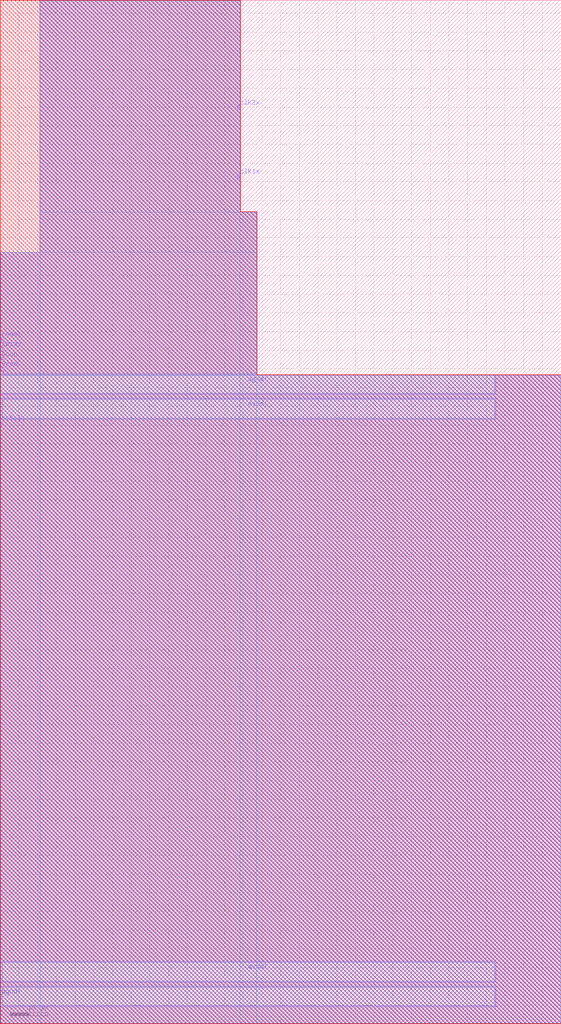
<source format=lef>
VERSION   5.3 ;
NAMESCASESENSITIVE ON ;
BUSBITCHARS "[]" ;
DIVIDERCHAR "/" ;

UNITS
   DATABASE MICRONS 2000 ;
END UNITS

MACRO pllclk
  CLASS BLOCK ;
  ORIGIN 0.06 0 ;
  SIZE 150.06 BY 273.59 ;
  SYMMETRY X Y R90 ;

  PIN refclk
  DIRECTION INPUT ;
     PORT
      LAYER M1 ;
      RECT 0 160.23 0.3 160.61 ;
     END
  END refclk

  PIN clk1x
  DIRECTION OUTPUT ;
     PORT
      LAYER M2 ;
      RECT 63.72 226.08 64.32 226.68 ;
     END
  END clk1x

  PIN clk2x
  DIRECTION OUTPUT ;
     PORT
      LAYER M2 ;
      RECT 63.72 244.56 64.32 245.16 ;
     END
  END clk2x

  PIN ibias
  DIRECTION INPUT ;
     PORT
      LAYER M2 ;
      RECT 0 179.9 0.6 180.5 ;
     END
  END ibias

  PIN reset
  DIRECTION INPUT ;
     PORT
      LAYER M2 ;
      RECT 0 182.54 0.6 183.14 ;
     END
  END reset

  PIN vcom
  DIRECTION OUTPUT ;
     PORT
      LAYER M2 ;
      RECT 0 174.62 0.6 175.22 ;
     END
  END vcom

  PIN vcop
  DIRECTION OUTPUT ;
     PORT
      LAYER M2 ;
      RECT 0 177.26 0.6 177.86 ;
     END
  END vcop

  PIN agnd!
  DIRECTION INOUT ;
  USE GROUND ;
     PORT
      LAYER M3 ;
      RECT 0 4.78 132.28 9.78 ;
      RECT 0 4.77 0.6 9.78 ;
     END
     PORT
      LAYER M3 ;
      RECT 0 168.46 132.28 173.46 ;
     END
  END agnd!

  PIN avdd!
  DIRECTION INOUT ;
  USE POWER ;
     PORT
      LAYER M3 ;
      RECT 0 11.37 0.6 16.38 ;
      RECT 0 11.38 132.28 16.38 ;
     END
     PORT
      LAYER M3 ;
      RECT 0 161.85 0.59 166.86 ;
      RECT -0.01 161.86 132.28 166.85 ;
      RECT -0.01 161.85 0.59 166.85 ;
      RECT 0 161.86 132.28 166.86 ;
     END
  END avdd!
  OBS
      LAYER OVERLAP ;
      POLYGON 150 173.46 68.64 173.46 68.64 217.03 64.32 217.03 64.32 273.59 0 273.59 0 0 150 0 ;
#  POLYGON 150 173.46 68.64 173.46 68.64 217.03 64.32 217.03 64.32 273.59 10.49 273.59 10.49 206.26 0 206.26 0 0 150 0 ;
      LAYER M1 ;
      POLYGON 149.885 173.345 68.525 173.345 68.525 216.915 64.205 216.915 64.205 273.475 10.605 273.475 10.605 206.145 0.115 206.145 0.115 160.84 0.53 160.84 0.53 160
         0.115 160 0.115 159.21 0 159.21 0 158.91 0.115 158.91 0.115 0.115 149.885 0.115 ;
      LAYER M2 ;
      POLYGON 149.86 173.32 68.5 173.32 68.5 216.89 64.18 216.89 64.18 225.8 63.44 225.8 63.44 226.96 64.18 226.96 64.18 244.28 63.44 244.28 63.44 245.44
         64.18 245.44 64.18 263.04 64.32 263.04 64.32 263.64 64.18 263.64 64.18 273.45 10.63 273.45 10.63 206.24 2.34 206.24 2.34 206.12
         0.14 206.12 0.14 183.42 0.88 183.42 0.88 182.26 0.14 182.26 0.14 180.78 0.88 180.78 0.88 179.62 0.14 179.62 0.14 178.14
         0.88 178.14 0.88 176.98 0.14 176.98 0.14 175.5 0.88 175.5 0.88 174.34 0.14 174.34 0.14 0.14 149.86 0.14 ;
      LAYER M3 ;
      POLYGON 68.5 216.89 64.18 216.89 64.18 273.45 10.63 273.45 10.63 206.12 0.14 206.12 0.14 173.74 68.5 173.74 ;
      POLYGON 149.86 173.32 132.56 173.32 132.56 168.18 0.14 168.18 0.14 167.14 132.56 167.14 132.56 161.58 0.87 161.58 0.87 161.57 0.14 161.57 0.14 142.2
         0 142.2 0 141.6 0.14 141.6 0.14 136.92 0 136.92 0 136.32 0.14 136.32 0.14 111.84 0 111.84 0 111.24
         0.14 111.24 0.14 105.24 0 105.24 0 104.64 0.14 104.64 0.14 76.2 0 76.2 0 75.6 0.14 75.6 0.14 72.24
         0 72.24 0 71.64 0.14 71.64 0.14 45.84 0 45.84 0 45.24 0.14 45.24 0.14 41.88 0 41.88 0 41.28
         0.14 41.28 0.14 16.66 132.56 16.66 132.56 11.1 0.88 11.1 0.88 11.09 0.14 11.09 0.14 10.06 132.56 10.06 132.56 4.5
         0.88 4.5 0.88 4.49 0.14 4.49 0.14 0.14 149.86 0.14 ;
      LAYER M4 ;
      RECT 0.14 0.14 149.86 173.32 ;
      RECT 10.63 0.14 68.5 216.89 ;
      RECT 10.63 0.14 64.18 273.45 ;
      RECT 0.14 0.14 68.5 206.12 ;
  END
END pllclk

END LIBRARY

</source>
